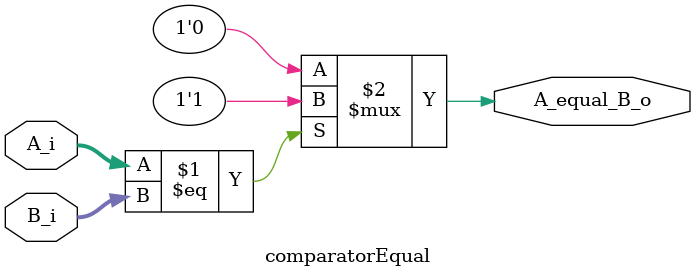
<source format=sv>
/*
	====================================================================================================
	Module Name	:	comparatorEqual
	Author		:	Limón Bultrago Efrén Armando
	FileName	:	comparatorEqual.sv
	Type		:	System Verilog Module
	
	Description	:	
	----------------------------------------------------------------------------------------------------
	Clocks		:	
	Reset		:	
	
	Parameters	:
		Name			Comments			Default
		------------------------------------------------------------------------------------------------
		DATA_WIDTH		Signal's sidth			32
	
	----------------------------------------------------------------------------------------------------
	Version		:	1.0
	Date		:	01	Mayo	2024
	Revision	:	Doc. Vidkar Anibal Delgado Gallardo
	Reviser		:	Doc. Vidkar Anibal Delgado Gallardo
	----------------------------------------------------------------------------------------------------
	Any modification Log "Please Register All the modifications in this area and put the date"
	Example:	
	Date		:	01	Mayo	2124
	Modification of module lemon#(blabla);  

   ----------------------
   // Instance template
   ----------------------
   comparatorEqual 
   #(
      .DATA_WIDTH		(),
   )
   "MODULE_NAME"
   (
      .A_i				(),
      .B_i				(), 
      .A_equal_B_o		()
   );
*/

module comparatorEqual
#(
   parameter DATA_WIDTH = 13
)(
	input [DATA_WIDTH-1:0]  A_i,
	input [DATA_WIDTH-1:0]  B_i, 
	output                  A_equal_B_o
);

assign A_equal_B_o = ( A_i == B_i ) ? 1'b1 :  1'b0;

endmodule

</source>
